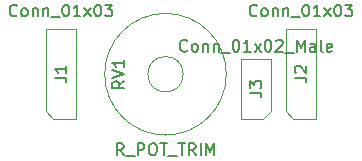
<source format=gbr>
G04 #@! TF.GenerationSoftware,KiCad,Pcbnew,(5.1.4-0-10_14)*
G04 #@! TF.CreationDate,2022-05-27T17:01:38+02:00*
G04 #@! TF.ProjectId,newtrimmer,6e657774-7269-46d6-9d65-722e6b696361,rev?*
G04 #@! TF.SameCoordinates,Original*
G04 #@! TF.FileFunction,Other,Fab,Top*
%FSLAX46Y46*%
G04 Gerber Fmt 4.6, Leading zero omitted, Abs format (unit mm)*
G04 Created by KiCad (PCBNEW (5.1.4-0-10_14)) date 2022-05-27 17:01:38*
%MOMM*%
%LPD*%
G04 APERTURE LIST*
%ADD10C,0.100000*%
%ADD11C,0.150000*%
G04 APERTURE END LIST*
D10*
X74930000Y-85090000D02*
X74930000Y-92710000D01*
X72390000Y-85090000D02*
X74930000Y-85090000D01*
X72390000Y-92075000D02*
X72390000Y-85090000D01*
X73025000Y-92710000D02*
X72390000Y-92075000D01*
X74930000Y-92710000D02*
X73025000Y-92710000D01*
X95250000Y-92710000D02*
X93345000Y-92710000D01*
X93345000Y-92710000D02*
X92710000Y-92075000D01*
X92710000Y-92075000D02*
X92710000Y-85090000D01*
X92710000Y-85090000D02*
X95250000Y-85090000D01*
X95250000Y-85090000D02*
X95250000Y-92710000D01*
X87660000Y-88940000D02*
G75*
G03X87660000Y-88940000I-5150000J0D01*
G01*
X84010000Y-88940000D02*
G75*
G03X84010000Y-88940000I-1500000J0D01*
G01*
X90805000Y-92710000D02*
X88900000Y-92710000D01*
X88900000Y-92710000D02*
X88900000Y-87630000D01*
X88900000Y-87630000D02*
X91440000Y-87630000D01*
X91440000Y-87630000D02*
X91440000Y-92075000D01*
X91440000Y-92075000D02*
X90805000Y-92710000D01*
D11*
X69921904Y-83947142D02*
X69874285Y-83994761D01*
X69731428Y-84042380D01*
X69636190Y-84042380D01*
X69493333Y-83994761D01*
X69398095Y-83899523D01*
X69350476Y-83804285D01*
X69302857Y-83613809D01*
X69302857Y-83470952D01*
X69350476Y-83280476D01*
X69398095Y-83185238D01*
X69493333Y-83090000D01*
X69636190Y-83042380D01*
X69731428Y-83042380D01*
X69874285Y-83090000D01*
X69921904Y-83137619D01*
X70493333Y-84042380D02*
X70398095Y-83994761D01*
X70350476Y-83947142D01*
X70302857Y-83851904D01*
X70302857Y-83566190D01*
X70350476Y-83470952D01*
X70398095Y-83423333D01*
X70493333Y-83375714D01*
X70636190Y-83375714D01*
X70731428Y-83423333D01*
X70779047Y-83470952D01*
X70826666Y-83566190D01*
X70826666Y-83851904D01*
X70779047Y-83947142D01*
X70731428Y-83994761D01*
X70636190Y-84042380D01*
X70493333Y-84042380D01*
X71255238Y-83375714D02*
X71255238Y-84042380D01*
X71255238Y-83470952D02*
X71302857Y-83423333D01*
X71398095Y-83375714D01*
X71540952Y-83375714D01*
X71636190Y-83423333D01*
X71683809Y-83518571D01*
X71683809Y-84042380D01*
X72160000Y-83375714D02*
X72160000Y-84042380D01*
X72160000Y-83470952D02*
X72207619Y-83423333D01*
X72302857Y-83375714D01*
X72445714Y-83375714D01*
X72540952Y-83423333D01*
X72588571Y-83518571D01*
X72588571Y-84042380D01*
X72826666Y-84137619D02*
X73588571Y-84137619D01*
X74017142Y-83042380D02*
X74112380Y-83042380D01*
X74207619Y-83090000D01*
X74255238Y-83137619D01*
X74302857Y-83232857D01*
X74350476Y-83423333D01*
X74350476Y-83661428D01*
X74302857Y-83851904D01*
X74255238Y-83947142D01*
X74207619Y-83994761D01*
X74112380Y-84042380D01*
X74017142Y-84042380D01*
X73921904Y-83994761D01*
X73874285Y-83947142D01*
X73826666Y-83851904D01*
X73779047Y-83661428D01*
X73779047Y-83423333D01*
X73826666Y-83232857D01*
X73874285Y-83137619D01*
X73921904Y-83090000D01*
X74017142Y-83042380D01*
X75302857Y-84042380D02*
X74731428Y-84042380D01*
X75017142Y-84042380D02*
X75017142Y-83042380D01*
X74921904Y-83185238D01*
X74826666Y-83280476D01*
X74731428Y-83328095D01*
X75636190Y-84042380D02*
X76160000Y-83375714D01*
X75636190Y-83375714D02*
X76160000Y-84042380D01*
X76731428Y-83042380D02*
X76826666Y-83042380D01*
X76921904Y-83090000D01*
X76969523Y-83137619D01*
X77017142Y-83232857D01*
X77064761Y-83423333D01*
X77064761Y-83661428D01*
X77017142Y-83851904D01*
X76969523Y-83947142D01*
X76921904Y-83994761D01*
X76826666Y-84042380D01*
X76731428Y-84042380D01*
X76636190Y-83994761D01*
X76588571Y-83947142D01*
X76540952Y-83851904D01*
X76493333Y-83661428D01*
X76493333Y-83423333D01*
X76540952Y-83232857D01*
X76588571Y-83137619D01*
X76636190Y-83090000D01*
X76731428Y-83042380D01*
X77398095Y-83042380D02*
X78017142Y-83042380D01*
X77683809Y-83423333D01*
X77826666Y-83423333D01*
X77921904Y-83470952D01*
X77969523Y-83518571D01*
X78017142Y-83613809D01*
X78017142Y-83851904D01*
X77969523Y-83947142D01*
X77921904Y-83994761D01*
X77826666Y-84042380D01*
X77540952Y-84042380D01*
X77445714Y-83994761D01*
X77398095Y-83947142D01*
X73112380Y-89233333D02*
X73826666Y-89233333D01*
X73969523Y-89280952D01*
X74064761Y-89376190D01*
X74112380Y-89519047D01*
X74112380Y-89614285D01*
X74112380Y-88233333D02*
X74112380Y-88804761D01*
X74112380Y-88519047D02*
X73112380Y-88519047D01*
X73255238Y-88614285D01*
X73350476Y-88709523D01*
X73398095Y-88804761D01*
X90241904Y-83947142D02*
X90194285Y-83994761D01*
X90051428Y-84042380D01*
X89956190Y-84042380D01*
X89813333Y-83994761D01*
X89718095Y-83899523D01*
X89670476Y-83804285D01*
X89622857Y-83613809D01*
X89622857Y-83470952D01*
X89670476Y-83280476D01*
X89718095Y-83185238D01*
X89813333Y-83090000D01*
X89956190Y-83042380D01*
X90051428Y-83042380D01*
X90194285Y-83090000D01*
X90241904Y-83137619D01*
X90813333Y-84042380D02*
X90718095Y-83994761D01*
X90670476Y-83947142D01*
X90622857Y-83851904D01*
X90622857Y-83566190D01*
X90670476Y-83470952D01*
X90718095Y-83423333D01*
X90813333Y-83375714D01*
X90956190Y-83375714D01*
X91051428Y-83423333D01*
X91099047Y-83470952D01*
X91146666Y-83566190D01*
X91146666Y-83851904D01*
X91099047Y-83947142D01*
X91051428Y-83994761D01*
X90956190Y-84042380D01*
X90813333Y-84042380D01*
X91575238Y-83375714D02*
X91575238Y-84042380D01*
X91575238Y-83470952D02*
X91622857Y-83423333D01*
X91718095Y-83375714D01*
X91860952Y-83375714D01*
X91956190Y-83423333D01*
X92003809Y-83518571D01*
X92003809Y-84042380D01*
X92480000Y-83375714D02*
X92480000Y-84042380D01*
X92480000Y-83470952D02*
X92527619Y-83423333D01*
X92622857Y-83375714D01*
X92765714Y-83375714D01*
X92860952Y-83423333D01*
X92908571Y-83518571D01*
X92908571Y-84042380D01*
X93146666Y-84137619D02*
X93908571Y-84137619D01*
X94337142Y-83042380D02*
X94432380Y-83042380D01*
X94527619Y-83090000D01*
X94575238Y-83137619D01*
X94622857Y-83232857D01*
X94670476Y-83423333D01*
X94670476Y-83661428D01*
X94622857Y-83851904D01*
X94575238Y-83947142D01*
X94527619Y-83994761D01*
X94432380Y-84042380D01*
X94337142Y-84042380D01*
X94241904Y-83994761D01*
X94194285Y-83947142D01*
X94146666Y-83851904D01*
X94099047Y-83661428D01*
X94099047Y-83423333D01*
X94146666Y-83232857D01*
X94194285Y-83137619D01*
X94241904Y-83090000D01*
X94337142Y-83042380D01*
X95622857Y-84042380D02*
X95051428Y-84042380D01*
X95337142Y-84042380D02*
X95337142Y-83042380D01*
X95241904Y-83185238D01*
X95146666Y-83280476D01*
X95051428Y-83328095D01*
X95956190Y-84042380D02*
X96480000Y-83375714D01*
X95956190Y-83375714D02*
X96480000Y-84042380D01*
X97051428Y-83042380D02*
X97146666Y-83042380D01*
X97241904Y-83090000D01*
X97289523Y-83137619D01*
X97337142Y-83232857D01*
X97384761Y-83423333D01*
X97384761Y-83661428D01*
X97337142Y-83851904D01*
X97289523Y-83947142D01*
X97241904Y-83994761D01*
X97146666Y-84042380D01*
X97051428Y-84042380D01*
X96956190Y-83994761D01*
X96908571Y-83947142D01*
X96860952Y-83851904D01*
X96813333Y-83661428D01*
X96813333Y-83423333D01*
X96860952Y-83232857D01*
X96908571Y-83137619D01*
X96956190Y-83090000D01*
X97051428Y-83042380D01*
X97718095Y-83042380D02*
X98337142Y-83042380D01*
X98003809Y-83423333D01*
X98146666Y-83423333D01*
X98241904Y-83470952D01*
X98289523Y-83518571D01*
X98337142Y-83613809D01*
X98337142Y-83851904D01*
X98289523Y-83947142D01*
X98241904Y-83994761D01*
X98146666Y-84042380D01*
X97860952Y-84042380D01*
X97765714Y-83994761D01*
X97718095Y-83947142D01*
X93432380Y-89233333D02*
X94146666Y-89233333D01*
X94289523Y-89280952D01*
X94384761Y-89376190D01*
X94432380Y-89519047D01*
X94432380Y-89614285D01*
X93527619Y-88804761D02*
X93480000Y-88757142D01*
X93432380Y-88661904D01*
X93432380Y-88423809D01*
X93480000Y-88328571D01*
X93527619Y-88280952D01*
X93622857Y-88233333D01*
X93718095Y-88233333D01*
X93860952Y-88280952D01*
X94432380Y-88852380D01*
X94432380Y-88233333D01*
X78962380Y-95792380D02*
X78629047Y-95316190D01*
X78390952Y-95792380D02*
X78390952Y-94792380D01*
X78771904Y-94792380D01*
X78867142Y-94840000D01*
X78914761Y-94887619D01*
X78962380Y-94982857D01*
X78962380Y-95125714D01*
X78914761Y-95220952D01*
X78867142Y-95268571D01*
X78771904Y-95316190D01*
X78390952Y-95316190D01*
X79152857Y-95887619D02*
X79914761Y-95887619D01*
X80152857Y-95792380D02*
X80152857Y-94792380D01*
X80533809Y-94792380D01*
X80629047Y-94840000D01*
X80676666Y-94887619D01*
X80724285Y-94982857D01*
X80724285Y-95125714D01*
X80676666Y-95220952D01*
X80629047Y-95268571D01*
X80533809Y-95316190D01*
X80152857Y-95316190D01*
X81343333Y-94792380D02*
X81533809Y-94792380D01*
X81629047Y-94840000D01*
X81724285Y-94935238D01*
X81771904Y-95125714D01*
X81771904Y-95459047D01*
X81724285Y-95649523D01*
X81629047Y-95744761D01*
X81533809Y-95792380D01*
X81343333Y-95792380D01*
X81248095Y-95744761D01*
X81152857Y-95649523D01*
X81105238Y-95459047D01*
X81105238Y-95125714D01*
X81152857Y-94935238D01*
X81248095Y-94840000D01*
X81343333Y-94792380D01*
X82057619Y-94792380D02*
X82629047Y-94792380D01*
X82343333Y-95792380D02*
X82343333Y-94792380D01*
X82724285Y-95887619D02*
X83486190Y-95887619D01*
X83581428Y-94792380D02*
X84152857Y-94792380D01*
X83867142Y-95792380D02*
X83867142Y-94792380D01*
X85057619Y-95792380D02*
X84724285Y-95316190D01*
X84486190Y-95792380D02*
X84486190Y-94792380D01*
X84867142Y-94792380D01*
X84962380Y-94840000D01*
X85010000Y-94887619D01*
X85057619Y-94982857D01*
X85057619Y-95125714D01*
X85010000Y-95220952D01*
X84962380Y-95268571D01*
X84867142Y-95316190D01*
X84486190Y-95316190D01*
X85486190Y-95792380D02*
X85486190Y-94792380D01*
X85962380Y-95792380D02*
X85962380Y-94792380D01*
X86295714Y-95506666D01*
X86629047Y-94792380D01*
X86629047Y-95792380D01*
X79012380Y-89535238D02*
X78536190Y-89868571D01*
X79012380Y-90106666D02*
X78012380Y-90106666D01*
X78012380Y-89725714D01*
X78060000Y-89630476D01*
X78107619Y-89582857D01*
X78202857Y-89535238D01*
X78345714Y-89535238D01*
X78440952Y-89582857D01*
X78488571Y-89630476D01*
X78536190Y-89725714D01*
X78536190Y-90106666D01*
X78012380Y-89249523D02*
X79012380Y-88916190D01*
X78012380Y-88582857D01*
X79012380Y-87725714D02*
X79012380Y-88297142D01*
X79012380Y-88011428D02*
X78012380Y-88011428D01*
X78155238Y-88106666D01*
X78250476Y-88201904D01*
X78298095Y-88297142D01*
X84336666Y-86927142D02*
X84289047Y-86974761D01*
X84146190Y-87022380D01*
X84050952Y-87022380D01*
X83908095Y-86974761D01*
X83812857Y-86879523D01*
X83765238Y-86784285D01*
X83717619Y-86593809D01*
X83717619Y-86450952D01*
X83765238Y-86260476D01*
X83812857Y-86165238D01*
X83908095Y-86070000D01*
X84050952Y-86022380D01*
X84146190Y-86022380D01*
X84289047Y-86070000D01*
X84336666Y-86117619D01*
X84908095Y-87022380D02*
X84812857Y-86974761D01*
X84765238Y-86927142D01*
X84717619Y-86831904D01*
X84717619Y-86546190D01*
X84765238Y-86450952D01*
X84812857Y-86403333D01*
X84908095Y-86355714D01*
X85050952Y-86355714D01*
X85146190Y-86403333D01*
X85193809Y-86450952D01*
X85241428Y-86546190D01*
X85241428Y-86831904D01*
X85193809Y-86927142D01*
X85146190Y-86974761D01*
X85050952Y-87022380D01*
X84908095Y-87022380D01*
X85670000Y-86355714D02*
X85670000Y-87022380D01*
X85670000Y-86450952D02*
X85717619Y-86403333D01*
X85812857Y-86355714D01*
X85955714Y-86355714D01*
X86050952Y-86403333D01*
X86098571Y-86498571D01*
X86098571Y-87022380D01*
X86574761Y-86355714D02*
X86574761Y-87022380D01*
X86574761Y-86450952D02*
X86622380Y-86403333D01*
X86717619Y-86355714D01*
X86860476Y-86355714D01*
X86955714Y-86403333D01*
X87003333Y-86498571D01*
X87003333Y-87022380D01*
X87241428Y-87117619D02*
X88003333Y-87117619D01*
X88431904Y-86022380D02*
X88527142Y-86022380D01*
X88622380Y-86070000D01*
X88670000Y-86117619D01*
X88717619Y-86212857D01*
X88765238Y-86403333D01*
X88765238Y-86641428D01*
X88717619Y-86831904D01*
X88670000Y-86927142D01*
X88622380Y-86974761D01*
X88527142Y-87022380D01*
X88431904Y-87022380D01*
X88336666Y-86974761D01*
X88289047Y-86927142D01*
X88241428Y-86831904D01*
X88193809Y-86641428D01*
X88193809Y-86403333D01*
X88241428Y-86212857D01*
X88289047Y-86117619D01*
X88336666Y-86070000D01*
X88431904Y-86022380D01*
X89717619Y-87022380D02*
X89146190Y-87022380D01*
X89431904Y-87022380D02*
X89431904Y-86022380D01*
X89336666Y-86165238D01*
X89241428Y-86260476D01*
X89146190Y-86308095D01*
X90050952Y-87022380D02*
X90574761Y-86355714D01*
X90050952Y-86355714D02*
X90574761Y-87022380D01*
X91146190Y-86022380D02*
X91241428Y-86022380D01*
X91336666Y-86070000D01*
X91384285Y-86117619D01*
X91431904Y-86212857D01*
X91479523Y-86403333D01*
X91479523Y-86641428D01*
X91431904Y-86831904D01*
X91384285Y-86927142D01*
X91336666Y-86974761D01*
X91241428Y-87022380D01*
X91146190Y-87022380D01*
X91050952Y-86974761D01*
X91003333Y-86927142D01*
X90955714Y-86831904D01*
X90908095Y-86641428D01*
X90908095Y-86403333D01*
X90955714Y-86212857D01*
X91003333Y-86117619D01*
X91050952Y-86070000D01*
X91146190Y-86022380D01*
X91860476Y-86117619D02*
X91908095Y-86070000D01*
X92003333Y-86022380D01*
X92241428Y-86022380D01*
X92336666Y-86070000D01*
X92384285Y-86117619D01*
X92431904Y-86212857D01*
X92431904Y-86308095D01*
X92384285Y-86450952D01*
X91812857Y-87022380D01*
X92431904Y-87022380D01*
X92622380Y-87117619D02*
X93384285Y-87117619D01*
X93622380Y-87022380D02*
X93622380Y-86022380D01*
X93955714Y-86736666D01*
X94289047Y-86022380D01*
X94289047Y-87022380D01*
X95193809Y-87022380D02*
X95193809Y-86498571D01*
X95146190Y-86403333D01*
X95050952Y-86355714D01*
X94860476Y-86355714D01*
X94765238Y-86403333D01*
X95193809Y-86974761D02*
X95098571Y-87022380D01*
X94860476Y-87022380D01*
X94765238Y-86974761D01*
X94717619Y-86879523D01*
X94717619Y-86784285D01*
X94765238Y-86689047D01*
X94860476Y-86641428D01*
X95098571Y-86641428D01*
X95193809Y-86593809D01*
X95812857Y-87022380D02*
X95717619Y-86974761D01*
X95670000Y-86879523D01*
X95670000Y-86022380D01*
X96574761Y-86974761D02*
X96479523Y-87022380D01*
X96289047Y-87022380D01*
X96193809Y-86974761D01*
X96146190Y-86879523D01*
X96146190Y-86498571D01*
X96193809Y-86403333D01*
X96289047Y-86355714D01*
X96479523Y-86355714D01*
X96574761Y-86403333D01*
X96622380Y-86498571D01*
X96622380Y-86593809D01*
X96146190Y-86689047D01*
X89622380Y-90503333D02*
X90336666Y-90503333D01*
X90479523Y-90550952D01*
X90574761Y-90646190D01*
X90622380Y-90789047D01*
X90622380Y-90884285D01*
X89622380Y-90122380D02*
X89622380Y-89503333D01*
X90003333Y-89836666D01*
X90003333Y-89693809D01*
X90050952Y-89598571D01*
X90098571Y-89550952D01*
X90193809Y-89503333D01*
X90431904Y-89503333D01*
X90527142Y-89550952D01*
X90574761Y-89598571D01*
X90622380Y-89693809D01*
X90622380Y-89979523D01*
X90574761Y-90074761D01*
X90527142Y-90122380D01*
M02*

</source>
